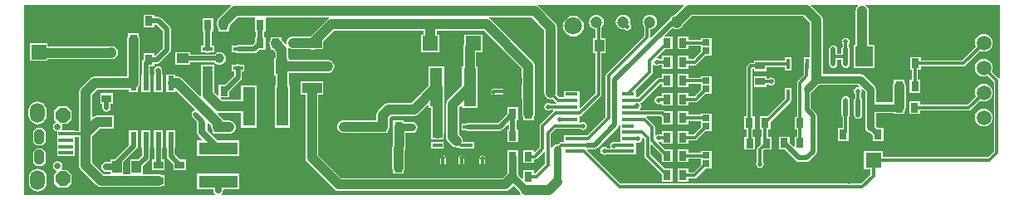
<source format=gtl>
%FSLAX25Y25*%
%MOIN*%
G70*
G01*
G75*
G04 Layer_Physical_Order=1*
G04 Layer_Color=255*
%ADD10R,0.12402X0.08898*%
%ADD11R,0.02400X0.05906*%
%ADD12R,0.03150X0.03937*%
%ADD13R,0.03937X0.04724*%
%ADD14R,0.15748X0.05118*%
%ADD15R,0.03937X0.03150*%
%ADD16R,0.05118X0.15748*%
%ADD17R,0.03937X0.01575*%
G04:AMPARAMS|DCode=18|XSize=39.37mil|YSize=59.06mil|CornerRadius=0mil|HoleSize=0mil|Usage=FLASHONLY|Rotation=180.000|XOffset=0mil|YOffset=0mil|HoleType=Round|Shape=Octagon|*
%AMOCTAGOND18*
4,1,8,0.00984,-0.02953,-0.00984,-0.02953,-0.01969,-0.01969,-0.01969,0.01969,-0.00984,0.02953,0.00984,0.02953,0.01969,0.01969,0.01969,-0.01969,0.00984,-0.02953,0.0*
%
%ADD18OCTAGOND18*%

%ADD19P,0.06392X8X22.5*%
%ADD20R,0.05906X0.01378*%
%ADD21R,0.05118X0.01260*%
%ADD22R,0.04724X0.03937*%
%ADD23C,0.04724*%
%ADD24R,0.04724X0.05906*%
%ADD25R,0.07874X0.04134*%
%ADD26R,0.26772X0.25984*%
%ADD27R,0.06299X0.05906*%
%ADD28R,0.03150X0.02559*%
%ADD29R,0.01575X0.03937*%
%ADD30O,0.01969X0.07874*%
%ADD31R,0.01969X0.07874*%
%ADD32C,0.03937*%
%ADD33C,0.01969*%
%ADD34C,0.02756*%
%ADD35C,0.03150*%
%ADD36C,0.01181*%
%ADD37C,0.02362*%
%ADD38R,0.06850X0.08228*%
%ADD39C,0.02559*%
%ADD40O,0.05906X0.07874*%
%ADD41R,0.05906X0.05906*%
%ADD42C,0.05906*%
%ADD43R,0.05906X0.05906*%
%ADD44C,0.07087*%
%ADD45C,0.03937*%
%ADD46C,0.01969*%
%ADD47C,0.02756*%
G36*
X392589Y48267D02*
X392127Y48076D01*
X389371Y50832D01*
X389612Y51415D01*
X389734Y52340D01*
X389612Y53265D01*
X389255Y54127D01*
X388687Y54867D01*
X387947Y55435D01*
X387085Y55792D01*
X386160Y55914D01*
X385235Y55792D01*
X384373Y55435D01*
X383633Y54867D01*
X383065Y54127D01*
X382708Y53265D01*
X382586Y52340D01*
X382708Y51415D01*
X383065Y50553D01*
X383633Y49813D01*
X384373Y49245D01*
X385235Y48888D01*
X386160Y48766D01*
X387085Y48888D01*
X387668Y49129D01*
X390252Y46545D01*
Y18806D01*
X387886Y16440D01*
X345581D01*
Y18779D01*
X338101D01*
Y11692D01*
X340637D01*
Y9505D01*
X336835Y5703D01*
X240488D01*
X226959Y19232D01*
X227047Y19678D01*
X230023D01*
X230024Y19678D01*
X230536Y19780D01*
X230638Y19800D01*
X231159Y20148D01*
X239285Y28274D01*
X239285Y28274D01*
X239633Y28795D01*
X239653Y28897D01*
X239717Y29218D01*
X240215Y29169D01*
Y27975D01*
X240215Y27975D01*
X240215D01*
X240215Y27740D01*
Y27622D01*
Y27622D01*
X240215D01*
Y25181D01*
X240215Y25181D01*
X240215Y25063D01*
X240215D01*
Y22857D01*
X240215Y22857D01*
X240215D01*
X240215Y22622D01*
Y22504D01*
X240215D01*
X240215Y22488D01*
X238134D01*
X238134Y22488D01*
X238123Y22485D01*
X237795Y22550D01*
X237181Y22428D01*
X236660Y22080D01*
X236312Y21559D01*
X236190Y20945D01*
X236312Y20330D01*
X236097Y19929D01*
X235090D01*
X234994Y20072D01*
X234473Y20420D01*
X233858Y20543D01*
X233244Y20420D01*
X232723Y20072D01*
X232375Y19552D01*
X232253Y18937D01*
X232375Y18323D01*
X232723Y17802D01*
X233244Y17454D01*
X233858Y17331D01*
X234473Y17454D01*
X234572Y17520D01*
X240215D01*
Y17504D01*
X246514D01*
Y19945D01*
X246514Y19945D01*
Y20063D01*
X246514D01*
Y21809D01*
X246814Y22257D01*
X246901Y22329D01*
X247480Y22213D01*
X248095Y22335D01*
X248616Y22683D01*
X248964Y23204D01*
X249086Y23819D01*
X249059Y23955D01*
X249500Y24191D01*
X250016Y23674D01*
Y16985D01*
X250016Y16985D01*
X250108Y16524D01*
X250369Y16134D01*
X256903Y9600D01*
Y6578D01*
X261233D01*
Y11697D01*
X258212D01*
X252425Y17484D01*
Y21254D01*
X252887Y21446D01*
X256903Y17430D01*
Y14409D01*
X261233D01*
Y19527D01*
X258212D01*
X255588Y22150D01*
X255748Y22449D01*
X256363Y22572D01*
X256462Y22638D01*
X256903Y22402D01*
Y21729D01*
X261233D01*
Y26847D01*
X256903D01*
Y25492D01*
X256433D01*
X256363Y25539D01*
X255748Y25661D01*
X255134Y25539D01*
X254637Y25207D01*
X254391Y25339D01*
X254196Y25469D01*
Y28465D01*
X254105Y28925D01*
X253844Y29316D01*
X250789Y32371D01*
X250752Y32396D01*
X250897Y32874D01*
X256679D01*
X256903Y32650D01*
Y29629D01*
X261233D01*
Y34747D01*
X258212D01*
X258029Y34930D01*
X257638Y35191D01*
X257177Y35283D01*
X257177Y35283D01*
X248198D01*
X248053Y35761D01*
X248254Y35896D01*
X248602Y36417D01*
X248724Y37031D01*
X248602Y37646D01*
X248364Y38002D01*
X248398Y38084D01*
X248788Y38345D01*
X256377Y45934D01*
X256903D01*
Y44579D01*
X261233D01*
Y49697D01*
X256903D01*
Y48342D01*
X255878D01*
X255417Y48251D01*
X255261Y48146D01*
X255027Y47990D01*
X255027Y47989D01*
X247438Y40401D01*
X246514D01*
X246514Y40417D01*
X246514D01*
Y40535D01*
X246514Y40771D01*
X246514Y40771D01*
X246514D01*
Y42976D01*
X246514Y42976D01*
X246514D01*
X246448Y43136D01*
X252977Y49666D01*
X253239Y50056D01*
X253330Y50517D01*
X253330Y50517D01*
X253330Y50517D01*
Y50517D01*
Y53245D01*
X253786Y53550D01*
X254307Y53202D01*
X254921Y53079D01*
X255536Y53202D01*
X255954Y53481D01*
X256903D01*
Y51999D01*
X261233D01*
Y57117D01*
X256903D01*
Y55889D01*
X255954D01*
X255536Y56169D01*
X254921Y56291D01*
X254874Y56379D01*
X258212Y59717D01*
X261233D01*
Y64835D01*
X258271D01*
X258079Y65297D01*
X261098Y68316D01*
X261367Y68109D01*
X262086Y67812D01*
X262857Y67710D01*
X263627Y67812D01*
X264346Y68109D01*
X264962Y68583D01*
X265436Y69200D01*
X265731Y69913D01*
X268918Y73100D01*
X313762D01*
X316474Y70388D01*
Y56427D01*
X313825D01*
Y51309D01*
X313938D01*
Y49554D01*
X311564Y47180D01*
X311303Y46789D01*
X311211Y46328D01*
X311211Y46328D01*
Y32649D01*
X310250D01*
Y27531D01*
X311211D01*
Y24639D01*
X310250D01*
Y20870D01*
X309788Y20679D01*
X308281Y22185D01*
Y24639D01*
X303951D01*
Y19521D01*
X306404D01*
X310919Y15006D01*
X310919Y15006D01*
X311440Y14658D01*
X312054Y14536D01*
X315118D01*
X315118Y14536D01*
X315631Y14638D01*
X315733Y14658D01*
X316253Y15006D01*
X318773Y17526D01*
X318773Y17526D01*
X319006Y17874D01*
X319121Y18047D01*
X319243Y18661D01*
X319243Y18662D01*
Y33071D01*
X319121Y33685D01*
X318773Y34206D01*
X318773Y34206D01*
X316808Y36171D01*
Y42268D01*
X319678Y45139D01*
X319723Y45145D01*
X320346Y45403D01*
X320382Y45430D01*
X335778D01*
X336344Y44865D01*
X336108Y44424D01*
X335630Y44519D01*
X335016Y44397D01*
X334494Y44049D01*
X334146Y43528D01*
X334024Y42913D01*
X334146Y42299D01*
X334494Y41778D01*
X334503Y41773D01*
Y40308D01*
X334223Y39891D01*
X334101Y39276D01*
Y33371D01*
X334223Y32756D01*
X334571Y32235D01*
X335092Y31887D01*
X335707Y31765D01*
X336321Y31887D01*
X336842Y32235D01*
X337190Y32756D01*
X337312Y33371D01*
Y39276D01*
X337190Y39891D01*
X336911Y40308D01*
Y41996D01*
X337113Y42299D01*
X337236Y42913D01*
X337140Y43391D01*
X337581Y43627D01*
X338499Y42709D01*
Y28456D01*
X338667Y27611D01*
X339146Y26895D01*
X339862Y26416D01*
X340274Y26334D01*
X341498Y25110D01*
Y22941D01*
X345829D01*
Y28059D01*
X343659D01*
X342915Y28803D01*
Y34116D01*
X349998D01*
Y33747D01*
X354329D01*
Y34922D01*
X354521Y35172D01*
X354778Y35794D01*
X354866Y36463D01*
Y44828D01*
X354778Y45496D01*
X354521Y46119D01*
X354450Y46210D01*
Y47387D01*
X352453D01*
X352285Y47409D01*
X352117Y47387D01*
X350120D01*
Y46210D01*
X350050Y46119D01*
X349792Y45496D01*
X349704Y44828D01*
Y38531D01*
X342915D01*
Y43624D01*
X342746Y44469D01*
X342268Y45185D01*
X338254Y49199D01*
X337538Y49678D01*
X336693Y49846D01*
X321636D01*
Y71457D01*
X321548Y72125D01*
X321442Y72383D01*
X321290Y72747D01*
X320880Y73282D01*
X316656Y77506D01*
X316697Y77628D01*
X335601D01*
X335761Y77155D01*
X335537Y76983D01*
X335127Y76448D01*
X334869Y75826D01*
X334781Y75157D01*
Y61624D01*
X334606D01*
X334154Y61436D01*
X333967Y60984D01*
Y52756D01*
X334154Y52304D01*
X334606Y52117D01*
X341457D01*
X341822Y52268D01*
X342282D01*
Y61323D01*
X341955D01*
X341909Y61436D01*
X341457Y61624D01*
X339943D01*
Y75157D01*
X339855Y75826D01*
X339598Y76448D01*
X339187Y76983D01*
X338653Y77393D01*
X338700Y77628D01*
X392589D01*
Y48267D01*
D02*
G37*
G36*
X83994Y77155D02*
X83750Y76968D01*
X79189Y72406D01*
X78967Y72117D01*
X78849D01*
Y71963D01*
X78779Y71872D01*
X78597Y71432D01*
X78521Y71249D01*
X78433Y70581D01*
Y69558D01*
X78521Y68890D01*
X78779Y68267D01*
X78849Y68176D01*
Y66999D01*
X80847D01*
X81014Y66977D01*
X81182Y66999D01*
X83180D01*
Y68176D01*
X83250Y68267D01*
X83507Y68890D01*
X83588Y69505D01*
X86645Y72561D01*
X93510D01*
Y72117D01*
X93510D01*
Y66999D01*
X94109D01*
Y64623D01*
X93550D01*
Y62169D01*
X92757Y61376D01*
X86859D01*
X86244Y61254D01*
X86086Y61149D01*
X84300D01*
Y58393D01*
X86086D01*
X86244Y58287D01*
X86859Y58165D01*
X93422D01*
X93422Y58165D01*
X93934Y58267D01*
X94036Y58287D01*
X94557Y58635D01*
X95427Y59505D01*
X97880D01*
Y64623D01*
X97321D01*
Y66999D01*
X97840D01*
Y72117D01*
X97840D01*
Y72208D01*
X98194Y72561D01*
X123283D01*
X123380Y72071D01*
X123112Y71960D01*
X122577Y71549D01*
X116040Y65013D01*
X111983D01*
Y64943D01*
X108976D01*
X108308Y64855D01*
X107686Y64597D01*
X107151Y64187D01*
X106741Y63653D01*
X106483Y63030D01*
X106395Y62362D01*
X106450Y61948D01*
X106001Y61727D01*
X104180Y63549D01*
Y64623D01*
X102182D01*
X102014Y64645D01*
X101847Y64623D01*
X99849D01*
Y63446D01*
X99779Y63354D01*
X99521Y62732D01*
X99433Y62064D01*
X99521Y61396D01*
X99779Y60773D01*
X99849Y60682D01*
Y59505D01*
X100923D01*
X101848Y58580D01*
Y56357D01*
X101476D01*
Y49270D01*
X102073D01*
Y45276D01*
X101505D01*
Y28347D01*
X107804D01*
Y45276D01*
X107235D01*
Y49270D01*
X107382D01*
Y50233D01*
X122774D01*
X122913Y50214D01*
X123581Y50302D01*
X124204Y50560D01*
X124739Y50970D01*
X125149Y51505D01*
X125407Y52127D01*
X125495Y52795D01*
X125407Y53463D01*
X125149Y54086D01*
X124739Y54620D01*
X124720Y54639D01*
X124186Y55049D01*
X123821Y55200D01*
X123563Y55307D01*
X122895Y55395D01*
X107382D01*
Y56357D01*
X107010D01*
Y59649D01*
X106949Y60110D01*
X107383Y60360D01*
X107686Y60127D01*
X108308Y59869D01*
X108976Y59781D01*
X111983D01*
Y59698D01*
X115869D01*
X116104Y59601D01*
X116772Y59513D01*
X117440Y59601D01*
X117674Y59698D01*
X121038D01*
Y62710D01*
X125471Y67143D01*
X161463D01*
Y65673D01*
X160304D01*
Y58587D01*
X167784D01*
Y65673D01*
X166625D01*
Y67143D01*
X185624D01*
X200744Y52024D01*
Y48067D01*
X200836D01*
Y45653D01*
X200744D01*
Y39747D01*
X200836D01*
Y33829D01*
X200924Y33161D01*
X201182Y32538D01*
X201252Y32447D01*
Y31270D01*
X203249D01*
X203417Y31248D01*
X203585Y31270D01*
X205582D01*
Y32447D01*
X205652Y32538D01*
X205910Y33161D01*
X205998Y33829D01*
Y53000D01*
X205910Y53668D01*
X205862Y53786D01*
Y53973D01*
X205784D01*
X205652Y54291D01*
X205242Y54826D01*
X188518Y71549D01*
X187984Y71960D01*
X187715Y72071D01*
X187813Y72561D01*
X204773D01*
X209742Y67592D01*
Y42205D01*
X209830Y41537D01*
X210087Y40914D01*
X210498Y40380D01*
X211032Y39969D01*
X211655Y39711D01*
X212323Y39624D01*
X212991Y39711D01*
X213077Y39747D01*
X214479Y38345D01*
X214516Y38320D01*
X214371Y37842D01*
X212347D01*
X211930Y38121D01*
X211315Y38243D01*
X210701Y38121D01*
X210180Y37773D01*
X209832Y37252D01*
X209710Y36638D01*
X209832Y36023D01*
X210180Y35502D01*
X210701Y35154D01*
X211315Y35032D01*
X211930Y35154D01*
X212347Y35433D01*
X213316D01*
X213461Y34955D01*
X213424Y34930D01*
X208204Y29710D01*
X207943Y29319D01*
X207851Y28858D01*
X207851Y28858D01*
Y20263D01*
X206044Y18456D01*
X205582Y18647D01*
Y19255D01*
X201252D01*
Y14137D01*
X205582D01*
Y15492D01*
X205987D01*
X205987Y15492D01*
X206448Y15584D01*
X206839Y15845D01*
X209554Y18560D01*
X210016Y18369D01*
Y13806D01*
X206101Y9890D01*
X205582D01*
Y11245D01*
X201252D01*
Y8021D01*
X200790Y7830D01*
X199617Y9003D01*
X199611Y9048D01*
X199353Y9670D01*
X199325Y9706D01*
Y16696D01*
X199283Y16909D01*
Y19255D01*
X194952D01*
Y16909D01*
X194910Y16696D01*
Y9822D01*
X193052Y7964D01*
X128482D01*
X119091Y17354D01*
Y41587D01*
X121038D01*
Y46902D01*
X111983D01*
Y41587D01*
X113929D01*
Y16285D01*
X114017Y15617D01*
X114124Y15359D01*
X114275Y14995D01*
X114685Y14460D01*
X125587Y3557D01*
X126122Y3147D01*
X126487Y2996D01*
X126745Y2889D01*
X127413Y2802D01*
X194121D01*
X194789Y2889D01*
X195100Y3018D01*
X195411Y3147D01*
X195946Y3557D01*
X197382Y4993D01*
X199849Y2526D01*
X199855Y2482D01*
X200112Y1859D01*
X200342Y1560D01*
X200120Y1112D01*
X80428D01*
X80282Y1590D01*
X80316Y1613D01*
X80751Y2264D01*
X80904Y3032D01*
Y3446D01*
X87362D01*
Y9745D01*
X70432D01*
Y3446D01*
X76890D01*
Y3032D01*
X77043Y2264D01*
X77478Y1613D01*
X77512Y1590D01*
X77366Y1112D01*
X1112D01*
Y77628D01*
X83834D01*
X83994Y77155D01*
D02*
G37*
G36*
X265684Y77166D02*
X262081Y73563D01*
X261614Y73370D01*
X261426Y73333D01*
X260905Y72985D01*
X260807Y72838D01*
X260751Y72795D01*
X260277Y72178D01*
X260156Y71885D01*
X260065Y71824D01*
X260065Y71824D01*
X252775Y64534D01*
X252631Y64562D01*
X252291Y64703D01*
Y67730D01*
X252912Y67812D01*
X253631Y68109D01*
X254247Y68583D01*
X254721Y69200D01*
X255018Y69918D01*
X255120Y70689D01*
X255018Y71460D01*
X254721Y72178D01*
X254247Y72795D01*
X253631Y73268D01*
X252912Y73565D01*
X252141Y73667D01*
X251371Y73565D01*
X250652Y73268D01*
X250036Y72795D01*
X249562Y72178D01*
X249265Y71460D01*
X249163Y70689D01*
X249265Y69918D01*
X249562Y69200D01*
X249883Y68782D01*
Y65129D01*
X234778Y50025D01*
X234517Y49634D01*
X234426Y49173D01*
X234426Y49173D01*
Y32585D01*
X226887Y25047D01*
X223876D01*
Y25063D01*
X217577D01*
Y22622D01*
X217577Y22622D01*
X217577Y22504D01*
X217577Y22488D01*
X216756D01*
X216295Y22396D01*
X216138Y22291D01*
X215904Y22135D01*
X215904Y22135D01*
X215303Y21533D01*
X214882Y21617D01*
X214037Y21449D01*
X213321Y20971D01*
X212903Y20346D01*
X212425Y20491D01*
Y25761D01*
X214420Y27756D01*
X217577D01*
Y27740D01*
X223876D01*
Y27756D01*
X224188D01*
X224606Y27477D01*
X225220Y27355D01*
X225835Y27477D01*
X226356Y27825D01*
X226704Y28346D01*
X226826Y28960D01*
X226704Y29575D01*
X226356Y30096D01*
X225835Y30444D01*
X225220Y30566D01*
X224606Y30444D01*
X224317Y30251D01*
X223876Y30487D01*
Y32059D01*
X224039Y32874D01*
X224500Y32966D01*
X224891Y33227D01*
X232434Y40770D01*
X232434Y40770D01*
X232695Y41161D01*
X232787Y41622D01*
X232787Y41622D01*
Y58167D01*
X234478D01*
Y64073D01*
X232787D01*
Y68559D01*
X232817Y68583D01*
X233291Y69200D01*
X233588Y69918D01*
X233690Y70689D01*
X233588Y71460D01*
X233291Y72178D01*
X232817Y72795D01*
X232201Y73268D01*
X231482Y73565D01*
X230712Y73667D01*
X229941Y73565D01*
X229222Y73268D01*
X228606Y72795D01*
X228132Y72178D01*
X227835Y71460D01*
X227825Y71388D01*
X227753Y71280D01*
X227662Y70820D01*
X227753Y70359D01*
X227782Y70315D01*
X227835Y69918D01*
X228132Y69200D01*
X228606Y68583D01*
X229222Y68109D01*
X229941Y67812D01*
X230378Y67754D01*
Y64073D01*
X229360D01*
Y58167D01*
X230378D01*
Y42121D01*
X224338Y36081D01*
X223876Y36272D01*
Y37858D01*
X223876Y37858D01*
Y37976D01*
X223876D01*
Y40182D01*
X223876Y40182D01*
X223876Y40417D01*
Y40427D01*
Y40476D01*
X223876Y40535D01*
X223876Y40771D01*
X223876Y40771D01*
X223876D01*
Y42976D01*
X217577D01*
Y40771D01*
X217577Y40771D01*
X217577D01*
X217577Y40535D01*
Y40417D01*
X217577D01*
X217577Y40401D01*
X215830D01*
X214780Y41450D01*
X214816Y41537D01*
X214904Y42205D01*
Y68661D01*
X214816Y69330D01*
X214709Y69587D01*
X214558Y69952D01*
X214148Y70486D01*
X207667Y76968D01*
X207132Y77378D01*
X206821Y77507D01*
X206845Y77628D01*
X265493D01*
X265684Y77166D01*
D02*
G37*
%LPC*%
G36*
X8398Y28237D02*
X5839D01*
X4560Y26958D01*
Y22430D01*
X5839Y21151D01*
X8398D01*
X9678Y22430D01*
Y26958D01*
X8398Y28237D01*
D02*
G37*
G36*
X199283Y36388D02*
X194952D01*
Y33934D01*
X191204Y30186D01*
X179128D01*
X178513Y30064D01*
X178356Y29958D01*
X176569D01*
Y27202D01*
X178356D01*
X178513Y27097D01*
X179128Y26974D01*
X191869D01*
X191869Y26974D01*
X192382Y27076D01*
X192483Y27097D01*
X193004Y27445D01*
X193004Y27445D01*
X193004Y27445D01*
X195050Y29491D01*
X195512Y29299D01*
Y27495D01*
X194952D01*
Y22377D01*
X199283D01*
Y27495D01*
X198723D01*
Y31270D01*
X199283D01*
Y36388D01*
D02*
G37*
G36*
X8398Y19970D02*
X5839D01*
X4560Y18690D01*
Y14162D01*
X5839Y12883D01*
X8398D01*
X9678Y14162D01*
Y18690D01*
X8398Y19970D01*
D02*
G37*
G36*
X169482Y22478D02*
X164364D01*
Y19722D01*
X169482D01*
Y22478D01*
D02*
G37*
G36*
X330707Y40882D02*
X330092Y40760D01*
X329571Y40411D01*
X329223Y39891D01*
X329101Y39276D01*
Y33371D01*
X329223Y32756D01*
X329503Y32338D01*
Y28065D01*
X327561D01*
Y22946D01*
X331892D01*
Y26388D01*
X331911Y26486D01*
X331911Y26486D01*
Y32338D01*
X332190Y32756D01*
X332312Y33371D01*
Y39276D01*
X332190Y39891D01*
X331842Y40411D01*
X331321Y40760D01*
X330707Y40882D01*
D02*
G37*
G36*
X386160Y35914D02*
X385235Y35792D01*
X384373Y35435D01*
X383633Y34867D01*
X383065Y34127D01*
X382708Y33265D01*
X382586Y32340D01*
X382708Y31415D01*
X383065Y30553D01*
X383633Y29813D01*
X384373Y29245D01*
X385235Y28888D01*
X386160Y28766D01*
X387085Y28888D01*
X387947Y29245D01*
X388687Y29813D01*
X389255Y30553D01*
X389612Y31415D01*
X389734Y32340D01*
X389612Y33265D01*
X389255Y34127D01*
X388687Y34867D01*
X387947Y35435D01*
X387085Y35792D01*
X386160Y35914D01*
D02*
G37*
G36*
X6371Y38795D02*
X5446Y38674D01*
X4584Y38317D01*
X3844Y37749D01*
X3275Y37008D01*
X2919Y36146D01*
X2797Y35221D01*
Y33253D01*
X2919Y32328D01*
X3275Y31466D01*
X3844Y30726D01*
X4584Y30158D01*
X5446Y29801D01*
X6371Y29679D01*
X7296Y29801D01*
X8157Y30158D01*
X8898Y30726D01*
X9466Y31466D01*
X9823Y32328D01*
X9944Y33253D01*
Y35221D01*
X9823Y36146D01*
X9466Y37008D01*
X8898Y37749D01*
X8157Y38317D01*
X7296Y38674D01*
X6371Y38795D01*
D02*
G37*
G36*
X169614Y52962D02*
X163314D01*
Y44998D01*
X156449Y38132D01*
X147283D01*
X146615Y38044D01*
X146433Y37969D01*
X145993Y37786D01*
X145458Y37376D01*
X143106Y35024D01*
X142695Y34489D01*
X142600Y34259D01*
X142438Y33867D01*
X142350Y33198D01*
Y31233D01*
X134820D01*
X134592Y31203D01*
X129252D01*
X128584Y31115D01*
X127961Y30857D01*
X127427Y30447D01*
X127017Y29913D01*
X126759Y29290D01*
X126671Y28622D01*
X126759Y27954D01*
X127017Y27332D01*
X127427Y26797D01*
X127961Y26387D01*
X128584Y26129D01*
X129252Y26041D01*
X131810D01*
Y26037D01*
X134596D01*
X134763Y26014D01*
X134931Y26037D01*
X137716D01*
Y26071D01*
X144931D01*
X145098Y26093D01*
X147096D01*
Y27270D01*
X147166Y27361D01*
X147424Y27984D01*
X147512Y28652D01*
Y32129D01*
X148353Y32970D01*
X157518D01*
X158186Y33058D01*
X158498Y33187D01*
X158809Y33316D01*
X159343Y33726D01*
X162853Y37235D01*
X163314Y37044D01*
Y36033D01*
X164342D01*
Y28580D01*
Y25984D01*
X164364Y25817D01*
Y23462D01*
X166475D01*
X166923Y23403D01*
X167371Y23462D01*
X169482D01*
Y25817D01*
X169504Y25984D01*
Y28580D01*
Y36033D01*
X169614D01*
Y52962D01*
D02*
G37*
G36*
X267532Y34747D02*
X263202D01*
Y29629D01*
X267532D01*
Y30984D01*
X272565D01*
Y30206D01*
Y28267D01*
X269790Y25492D01*
X267532D01*
Y26847D01*
X263202D01*
Y21729D01*
X267532D01*
Y23083D01*
X270289D01*
X270289Y23083D01*
X270750Y23175D01*
X271140Y23436D01*
X274564Y26859D01*
X276896D01*
Y30206D01*
Y33946D01*
X272565D01*
Y33392D01*
X267532D01*
Y34747D01*
D02*
G37*
G36*
X309100Y44222D02*
X306344D01*
Y39852D01*
X299201Y32709D01*
X296180D01*
Y27591D01*
X297141D01*
Y24549D01*
X296797D01*
Y21528D01*
X295487Y20218D01*
X295226Y19827D01*
X295134Y19367D01*
X295134Y19367D01*
Y14694D01*
X294855Y14276D01*
X294733Y13661D01*
X294855Y13047D01*
X295203Y12526D01*
X295724Y12178D01*
X296339Y12056D01*
X296953Y12178D01*
X297474Y12526D01*
X297822Y13047D01*
X297944Y13661D01*
X297822Y14276D01*
X297543Y14694D01*
Y18868D01*
X298106Y19431D01*
X301127D01*
Y24549D01*
X299549D01*
Y27591D01*
X300511D01*
Y30612D01*
X308574Y38675D01*
X308835Y39066D01*
X308842Y39104D01*
X309100D01*
Y44222D01*
D02*
G37*
G36*
X153395Y31211D02*
X149065D01*
Y29211D01*
X149014Y29095D01*
X148915Y28429D01*
X148649Y12368D01*
X148726Y11699D01*
X148974Y11072D01*
X149061Y10953D01*
Y9763D01*
X151062D01*
X151187Y9744D01*
X151349Y9763D01*
X153392D01*
Y10933D01*
X153444Y10998D01*
X153712Y11616D01*
X153811Y12282D01*
X154041Y26178D01*
X156750D01*
X157595Y26346D01*
X158311Y26825D01*
X158790Y27541D01*
X158958Y28386D01*
X158790Y29231D01*
X158311Y29947D01*
X157595Y30426D01*
X156750Y30594D01*
X153395D01*
Y31211D01*
D02*
G37*
G36*
X267532Y19527D02*
X263202D01*
Y14409D01*
X267532D01*
Y15763D01*
X272565D01*
Y15278D01*
Y13339D01*
X269568Y10342D01*
X267532D01*
Y11697D01*
X263202D01*
Y6578D01*
X267532D01*
Y7933D01*
X270066D01*
X270066Y7933D01*
X270527Y8025D01*
X270918Y8286D01*
X274564Y11931D01*
X276896D01*
Y15278D01*
Y19018D01*
X272565D01*
Y18172D01*
X267532D01*
Y19527D01*
D02*
G37*
G36*
X6449Y11756D02*
X5524Y11634D01*
X4662Y11277D01*
X3922Y10709D01*
X3354Y9969D01*
X2997Y9107D01*
X2875Y8182D01*
Y6213D01*
X2997Y5289D01*
X3354Y4427D01*
X3922Y3686D01*
X4662Y3118D01*
X5524Y2761D01*
X6449Y2640D01*
X7374Y2761D01*
X8236Y3118D01*
X8976Y3686D01*
X9544Y4427D01*
X9901Y5289D01*
X10023Y6213D01*
Y8182D01*
X9901Y9107D01*
X9544Y9969D01*
X8976Y10709D01*
X8236Y11277D01*
X7374Y11634D01*
X6449Y11756D01*
D02*
G37*
G36*
X14488Y14702D02*
X13758Y14557D01*
X13140Y14143D01*
X12727Y13525D01*
X12582Y12795D01*
X12727Y12066D01*
X13140Y11447D01*
X13758Y11034D01*
X13875Y11011D01*
X14020Y10532D01*
X13024Y9536D01*
Y5993D01*
X14796Y4221D01*
X18339D01*
X20111Y5993D01*
Y9536D01*
X18339Y11308D01*
X16274D01*
X16038Y11749D01*
X16250Y12066D01*
X16395Y12795D01*
X16250Y13525D01*
X15836Y14143D01*
X15218Y14557D01*
X14488Y14702D01*
D02*
G37*
G36*
X169034Y17325D02*
X168573Y17233D01*
X168183Y16972D01*
X167922Y16582D01*
X167830Y16121D01*
Y12076D01*
X167922Y11615D01*
X168183Y11224D01*
X168573Y10963D01*
X169034Y10871D01*
X169495Y10963D01*
X169886Y11224D01*
X170147Y11615D01*
X170238Y12076D01*
Y16121D01*
X170147Y16582D01*
X169886Y16972D01*
X169495Y17233D01*
X169034Y17325D01*
D02*
G37*
G36*
X56632Y27159D02*
X53051D01*
Y20073D01*
X53236D01*
Y15425D01*
X52331D01*
Y11094D01*
X57449D01*
Y15425D01*
X56447D01*
Y20073D01*
X56632D01*
Y27159D01*
D02*
G37*
G36*
X61632D02*
X58051D01*
Y20073D01*
X58236D01*
Y16938D01*
X58236Y16938D01*
X58338Y16425D01*
X58358Y16323D01*
X58706Y15803D01*
X60861Y13648D01*
Y11194D01*
X65979D01*
Y15525D01*
X63525D01*
X61447Y17603D01*
Y20073D01*
X61632D01*
Y27159D01*
D02*
G37*
G36*
X176554Y17286D02*
X176093Y17195D01*
X175703Y16933D01*
X175442Y16543D01*
X175350Y16082D01*
Y12076D01*
X175442Y11615D01*
X175703Y11224D01*
X176093Y10963D01*
X176554Y10871D01*
X177015Y10963D01*
X177406Y11224D01*
X177667Y11615D01*
X177759Y12076D01*
Y16082D01*
X177667Y16543D01*
X177406Y16933D01*
X177015Y17195D01*
X176554Y17286D01*
D02*
G37*
G36*
X184940Y17089D02*
X184479Y16998D01*
X184089Y16737D01*
X183828Y16346D01*
X183736Y15885D01*
Y12076D01*
X183828Y11615D01*
X184089Y11224D01*
X184479Y10963D01*
X184940Y10871D01*
X185401Y10963D01*
X185792Y11224D01*
X186053Y11615D01*
X186144Y12076D01*
Y15885D01*
X186053Y16346D01*
X185792Y16737D01*
X185401Y16998D01*
X184940Y17089D01*
D02*
G37*
G36*
X36659Y42036D02*
X31541D01*
Y37705D01*
X32449D01*
Y36220D01*
X32572Y35606D01*
X32920Y35085D01*
X33441Y34737D01*
X34055Y34615D01*
X34670Y34737D01*
X35190Y35085D01*
X35539Y35606D01*
X35661Y36220D01*
X35661Y36220D01*
X35661Y36220D01*
Y36220D01*
Y37705D01*
X36659D01*
Y42036D01*
D02*
G37*
G36*
X309100Y56427D02*
X306344D01*
Y55072D01*
X298961D01*
Y55222D01*
X293843D01*
Y54261D01*
X292781D01*
X292781Y54261D01*
X292320Y54169D01*
X291930Y53908D01*
X291194Y53173D01*
X290933Y52782D01*
X290842Y52321D01*
X290842Y52321D01*
Y32709D01*
X289880D01*
Y27591D01*
X291065D01*
Y24549D01*
X290104D01*
Y19431D01*
X294434D01*
Y24549D01*
X293473D01*
Y27591D01*
X294211D01*
Y32709D01*
X293250D01*
Y51823D01*
X293280Y51853D01*
X293843D01*
Y50892D01*
X298961D01*
Y52664D01*
X306344D01*
Y51309D01*
X309100D01*
Y56427D01*
D02*
G37*
G36*
X267532Y64835D02*
X263202D01*
Y59717D01*
X267532D01*
Y61071D01*
X272565D01*
Y60528D01*
Y58589D01*
X269738Y55762D01*
X267532D01*
Y57117D01*
X263202D01*
Y51999D01*
X267532D01*
Y53354D01*
X270237D01*
X270237Y53354D01*
X270698Y53446D01*
X271089Y53707D01*
X274564Y57182D01*
X276896D01*
Y60528D01*
Y64268D01*
X272565D01*
Y63480D01*
X267532D01*
Y64835D01*
D02*
G37*
G36*
X221469Y73210D02*
X220390Y73067D01*
X219384Y72651D01*
X218520Y71988D01*
X217858Y71125D01*
X217441Y70119D01*
X217299Y69040D01*
X217441Y67961D01*
X217858Y66955D01*
X218520Y66092D01*
X219384Y65429D01*
X220390Y65013D01*
X221469Y64871D01*
X222548Y65013D01*
X223553Y65429D01*
X224417Y66092D01*
X225080Y66955D01*
X225496Y67961D01*
X225638Y69040D01*
X225496Y70119D01*
X225080Y71125D01*
X224417Y71988D01*
X223553Y72651D01*
X222548Y73067D01*
X221469Y73210D01*
D02*
G37*
G36*
X10373Y62133D02*
X3287D01*
Y55047D01*
X10373D01*
Y55742D01*
X36079D01*
X36747Y55830D01*
X37005Y55937D01*
X37369Y56088D01*
X37904Y56498D01*
X37967Y56561D01*
X38377Y57095D01*
X38506Y57407D01*
X38635Y57718D01*
X38723Y58386D01*
X38635Y59054D01*
X38506Y59365D01*
X38377Y59676D01*
X37967Y60211D01*
X37432Y60621D01*
X37202Y60716D01*
X36810Y60879D01*
X36142Y60967D01*
X35664Y60904D01*
X10373D01*
Y62133D01*
D02*
G37*
G36*
X53295Y73689D02*
X48965D01*
Y68571D01*
X53295D01*
Y69524D01*
X54307D01*
X56780Y67051D01*
Y60350D01*
X53757Y57327D01*
X53295Y57519D01*
Y58089D01*
X48965D01*
Y55635D01*
X48706Y55377D01*
X48358Y54856D01*
X48338Y54754D01*
X48236Y54242D01*
X48236Y54242D01*
Y49659D01*
X48051D01*
Y42573D01*
X51632D01*
Y49659D01*
X51447D01*
Y52971D01*
X53295D01*
Y53924D01*
X54231D01*
X54231Y53924D01*
X54743Y54026D01*
X54845Y54047D01*
X55366Y54395D01*
X59521Y58550D01*
X59521Y58550D01*
X59869Y59071D01*
X59890Y59172D01*
X59992Y59685D01*
X59992Y59685D01*
Y67716D01*
X59992Y67716D01*
X59869Y68331D01*
X59754Y68504D01*
X59521Y68852D01*
X59521Y68852D01*
X56108Y72265D01*
X55587Y72613D01*
X55485Y72634D01*
X54972Y72736D01*
X54972Y72736D01*
X53295D01*
Y73689D01*
D02*
G37*
G36*
X76880Y72117D02*
X72550D01*
Y66999D01*
X73109D01*
Y61149D01*
X72095D01*
Y58393D01*
X74034D01*
X74101Y58348D01*
X74715Y58226D01*
X75330Y58348D01*
X75396Y58393D01*
X77213D01*
Y61149D01*
X76321D01*
Y66999D01*
X76880D01*
Y72117D01*
D02*
G37*
G36*
X386160Y65914D02*
X385235Y65792D01*
X384373Y65435D01*
X383633Y64867D01*
X383065Y64127D01*
X382708Y63265D01*
X382586Y62340D01*
X382708Y61415D01*
X382949Y60832D01*
X377409Y55292D01*
X360900D01*
Y56647D01*
X356569D01*
Y51529D01*
X357380D01*
Y47387D01*
X356419D01*
Y42269D01*
X360750D01*
Y47387D01*
X359789D01*
Y51529D01*
X360900D01*
Y52884D01*
X377908D01*
X377908Y52884D01*
X378369Y52975D01*
X378760Y53236D01*
X384652Y59129D01*
X385235Y58888D01*
X386160Y58766D01*
X387085Y58888D01*
X387947Y59245D01*
X388687Y59813D01*
X389255Y60553D01*
X389612Y61415D01*
X389734Y62340D01*
X389612Y63265D01*
X389255Y64127D01*
X388687Y64867D01*
X387947Y65435D01*
X387085Y65792D01*
X386160Y65914D01*
D02*
G37*
G36*
X79416Y58612D02*
X78748Y58524D01*
X78126Y58266D01*
X77591Y57855D01*
X77423Y57636D01*
X67713D01*
Y58602D01*
X61807D01*
Y53484D01*
X67713D01*
Y54425D01*
X77423D01*
X77591Y54205D01*
X78126Y53795D01*
X78748Y53537D01*
X79416Y53449D01*
X80084Y53537D01*
X80707Y53795D01*
X81241Y54205D01*
X81652Y54740D01*
X81909Y55362D01*
X81997Y56030D01*
X81909Y56698D01*
X81652Y57321D01*
X81241Y57855D01*
X80707Y58266D01*
X80084Y58524D01*
X79416Y58612D01*
D02*
G37*
G36*
X330784Y64322D02*
X330169Y64200D01*
X329648Y63852D01*
X329300Y63331D01*
X329178Y62717D01*
X329300Y62102D01*
X329503Y61799D01*
Y60781D01*
X329223Y60363D01*
X329101Y59749D01*
Y58000D01*
X327312D01*
Y59749D01*
X327190Y60363D01*
X326842Y60884D01*
X326321Y61232D01*
X325707Y61354D01*
X325092Y61232D01*
X324571Y60884D01*
X324223Y60363D01*
X324101Y59749D01*
Y53843D01*
X324223Y53228D01*
X324571Y52708D01*
X325092Y52359D01*
X325707Y52237D01*
X326321Y52359D01*
X326842Y52708D01*
X327190Y53228D01*
X327312Y53843D01*
Y55591D01*
X329101D01*
Y53843D01*
X329223Y53228D01*
X329571Y52708D01*
X330092Y52359D01*
X330707Y52237D01*
X331321Y52359D01*
X331842Y52708D01*
X332190Y53228D01*
X332312Y53843D01*
Y59749D01*
X332190Y60363D01*
X331911Y60781D01*
Y61576D01*
X331919Y61581D01*
X332267Y62102D01*
X332389Y62717D01*
X332267Y63331D01*
X331919Y63852D01*
X331398Y64200D01*
X330784Y64322D01*
D02*
G37*
G36*
X298961Y48923D02*
X293843D01*
Y44592D01*
X298961D01*
Y45567D01*
X299795D01*
X300212Y45288D01*
X300827Y45166D01*
X301441Y45288D01*
X301962Y45636D01*
X302310Y46157D01*
X302432Y46772D01*
X302310Y47386D01*
X301962Y47907D01*
X301441Y48255D01*
X300827Y48377D01*
X300212Y48255D01*
X299795Y47976D01*
X298961D01*
Y48923D01*
D02*
G37*
G36*
X386160Y45914D02*
X385235Y45792D01*
X384373Y45435D01*
X383633Y44867D01*
X383065Y44127D01*
X382708Y43265D01*
X382586Y42340D01*
X382708Y41415D01*
X382949Y40832D01*
X379627Y37510D01*
X360628D01*
Y38865D01*
X356297D01*
Y33747D01*
X360628D01*
Y35102D01*
X380126D01*
X380126Y35102D01*
X380587Y35193D01*
X380978Y35454D01*
X384652Y39129D01*
X385235Y38888D01*
X386160Y38766D01*
X387085Y38888D01*
X387947Y39245D01*
X388687Y39813D01*
X389255Y40553D01*
X389612Y41415D01*
X389734Y42340D01*
X389612Y43265D01*
X389255Y44127D01*
X388687Y44867D01*
X387947Y45435D01*
X387085Y45792D01*
X386160Y45914D01*
D02*
G37*
G36*
X261233Y42167D02*
X256903D01*
Y40812D01*
X255986D01*
X255922Y40799D01*
X255630Y40858D01*
X255015Y40735D01*
X254495Y40387D01*
X254147Y39866D01*
X254024Y39252D01*
X254147Y38638D01*
X254495Y38117D01*
X255015Y37769D01*
X255630Y37646D01*
X256244Y37769D01*
X256462Y37914D01*
X256903Y37678D01*
Y37049D01*
X261233D01*
Y42167D01*
D02*
G37*
G36*
X185107Y65673D02*
X177627D01*
Y61919D01*
X177615Y61904D01*
X177432Y61463D01*
X177357Y61281D01*
X177269Y60613D01*
Y52962D01*
X176700D01*
Y44998D01*
X171128Y39425D01*
X170717Y38890D01*
X170535Y38450D01*
X170460Y38268D01*
X170372Y37600D01*
Y24449D01*
X170372Y24449D01*
X170372D01*
X170460Y23781D01*
X170717Y23158D01*
X171128Y22624D01*
X171128Y22624D01*
X172672Y21079D01*
X173207Y20669D01*
X173829Y20411D01*
X174497Y20323D01*
X175165Y20411D01*
X175252Y20447D01*
X175450Y20248D01*
X175450Y20248D01*
X175684Y20092D01*
X175841Y19987D01*
X176302Y19896D01*
X176569D01*
Y19722D01*
X181687D01*
Y22478D01*
X177401D01*
X177072Y22854D01*
X177078Y22904D01*
X176990Y23572D01*
X176733Y24195D01*
X176322Y24730D01*
X175534Y25518D01*
Y36531D01*
X176238Y37235D01*
X176700Y37044D01*
Y36033D01*
X183000D01*
Y52962D01*
X182431D01*
Y58587D01*
X185107D01*
Y65673D01*
D02*
G37*
G36*
X241426Y73667D02*
X240656Y73565D01*
X239937Y73268D01*
X239321Y72795D01*
X238847Y72178D01*
X238550Y71460D01*
X238448Y70689D01*
X238550Y69918D01*
X238847Y69200D01*
X239321Y68583D01*
X239937Y68109D01*
X240656Y67812D01*
X241426Y67710D01*
X241890Y67772D01*
X241896Y67762D01*
X242417Y67414D01*
X243032Y67292D01*
X243646Y67414D01*
X244167Y67762D01*
X244515Y68283D01*
X244637Y68898D01*
X244515Y69512D01*
X244281Y69863D01*
X244303Y69918D01*
X244405Y70689D01*
X244303Y71460D01*
X244006Y72178D01*
X243532Y72795D01*
X242916Y73268D01*
X242197Y73565D01*
X241426Y73667D01*
D02*
G37*
G36*
X267532Y49697D02*
X263202D01*
Y44579D01*
X267532D01*
Y45934D01*
X272565D01*
Y45288D01*
Y43349D01*
X270028Y40812D01*
X267532D01*
Y42167D01*
X263202D01*
Y37049D01*
X267532D01*
Y38404D01*
X270527D01*
X270527Y38404D01*
X270988Y38495D01*
X271378Y38756D01*
X274564Y41941D01*
X276896D01*
Y45288D01*
Y49028D01*
X272565D01*
Y48342D01*
X267532D01*
Y49697D01*
D02*
G37*
G36*
X44842Y66080D02*
X44756Y66069D01*
X42665D01*
Y64867D01*
X42606Y64790D01*
X42349Y64167D01*
X42261Y63499D01*
Y48751D01*
X29319D01*
X28651Y48663D01*
X28469Y48587D01*
X28029Y48405D01*
X27494Y47995D01*
X23805Y44305D01*
X23395Y43771D01*
X23299Y43541D01*
X23137Y43148D01*
X23049Y42480D01*
Y26981D01*
X21313D01*
Y27056D01*
X16248D01*
X16012Y27497D01*
X16250Y27853D01*
X16395Y28583D01*
X16250Y29312D01*
X16211Y29371D01*
X16446Y29812D01*
X18339D01*
X20111Y31584D01*
Y35127D01*
X18339Y36899D01*
X14796D01*
X13024Y35127D01*
Y31584D01*
X13783Y30825D01*
X13734Y30328D01*
X13140Y29931D01*
X12727Y29312D01*
X12582Y28583D01*
X12727Y27853D01*
X13140Y27234D01*
X13758Y26821D01*
X14226Y26728D01*
Y24497D01*
Y22292D01*
X14226Y22292D01*
X14226D01*
X14226Y21938D01*
X14226Y21938D01*
D01*
D01*
Y21938D01*
X14226D01*
D01*
Y19733D01*
X14226Y19733D01*
X14226D01*
X14226Y19379D01*
D01*
X14226Y19379D01*
D01*
D01*
Y19379D01*
X14226D01*
D01*
Y16820D01*
X21313D01*
Y19025D01*
X21313Y19025D01*
D01*
D01*
X21313Y19379D01*
D01*
Y19379D01*
X21313Y19379D01*
Y19379D01*
D01*
Y19379D01*
Y19379D01*
D01*
X21313Y19733D01*
D01*
Y21585D01*
D01*
D01*
D01*
X21313D01*
X21313Y21938D01*
D01*
Y21938D01*
X21313Y21938D01*
X21313Y22292D01*
D01*
Y24497D01*
Y24572D01*
X23049D01*
Y13268D01*
X23137Y12600D01*
X23266Y12288D01*
X23395Y11977D01*
X23805Y11443D01*
X30112Y5135D01*
X30647Y4725D01*
X31087Y4543D01*
X31269Y4467D01*
X31937Y4379D01*
X54890D01*
X55558Y4467D01*
X56181Y4725D01*
X56272Y4795D01*
X57449D01*
Y6793D01*
X57471Y6960D01*
X57449Y7128D01*
Y9126D01*
X56272D01*
X56181Y9196D01*
X55558Y9454D01*
X54890Y9542D01*
X48686D01*
Y9542D01*
Y9557D01*
X48686Y9895D01*
X48686Y9895D01*
X48686D01*
Y12798D01*
X50977Y15089D01*
X50977Y15089D01*
X51325Y15610D01*
X51447Y16225D01*
Y20073D01*
X51632D01*
Y27159D01*
X48051D01*
Y20073D01*
X48236D01*
Y16890D01*
X46809Y15463D01*
X43568D01*
Y9895D01*
X43568Y9895D01*
X43568D01*
X43568Y9557D01*
X43552Y9542D01*
X40812D01*
Y9542D01*
Y9557D01*
X40812Y9895D01*
X40812Y9895D01*
X40812D01*
Y14447D01*
X45977Y19612D01*
X45977Y19612D01*
X46285Y20073D01*
X46632D01*
Y27159D01*
X43051D01*
Y21227D01*
X37286Y15463D01*
X35694D01*
Y14517D01*
X33927D01*
X33159Y14364D01*
X32508Y13929D01*
X32073Y13278D01*
X31920Y12510D01*
X32073Y11742D01*
X32508Y11091D01*
X33159Y10656D01*
X33927Y10503D01*
X35694D01*
Y9895D01*
X35694Y9895D01*
X35694D01*
X35694Y9557D01*
X35678Y9542D01*
X33006D01*
X28211Y14337D01*
Y24797D01*
X31360Y27946D01*
X34100D01*
X34268Y27968D01*
X37053D01*
Y33086D01*
X34268D01*
X34100Y33108D01*
X30291D01*
X29623Y33020D01*
X29365Y32913D01*
X29000Y32762D01*
X28659Y32501D01*
X28211Y32722D01*
Y41411D01*
X30388Y43589D01*
X43051D01*
Y42573D01*
X46632D01*
Y44264D01*
X46667Y44291D01*
X47077Y44826D01*
X47335Y45448D01*
X47423Y46116D01*
Y63499D01*
X47335Y64167D01*
X47077Y64790D01*
X46996Y64895D01*
Y66069D01*
X44927D01*
X44842Y66080D01*
D02*
G37*
G36*
X54723Y52905D02*
X54210Y52803D01*
X54108Y52783D01*
X53587Y52435D01*
X53239Y51914D01*
X53219Y51812D01*
X53117Y51299D01*
X53219Y50787D01*
X53236Y50701D01*
Y49659D01*
X53051D01*
Y42573D01*
X56632D01*
Y49659D01*
X56447D01*
Y51180D01*
X56325Y51795D01*
X55977Y52316D01*
X55977Y52316D01*
X55858Y52435D01*
X55337Y52783D01*
X55235Y52803D01*
X54723Y52905D01*
D02*
G37*
G36*
X86859Y53896D02*
X86244Y53774D01*
X86086Y53668D01*
X84300D01*
Y50912D01*
X85253D01*
Y49247D01*
X81575Y45569D01*
X79121D01*
Y41363D01*
X78659Y41172D01*
X77175Y42657D01*
Y43010D01*
Y50460D01*
X77128Y50815D01*
X77213Y50912D01*
X77213D01*
Y53668D01*
X72095D01*
Y51086D01*
X72012Y50460D01*
Y43010D01*
Y41588D01*
X72070Y41147D01*
X71622Y40926D01*
X64607Y47941D01*
X64072Y48351D01*
X63761Y48480D01*
X63450Y48609D01*
X62782Y48697D01*
X61632D01*
Y49659D01*
X58051D01*
Y42573D01*
X61632D01*
Y42962D01*
X62094Y43153D01*
X69609Y35639D01*
X69464Y35160D01*
X69291Y35126D01*
X69189Y35105D01*
X68668Y34757D01*
X68320Y34236D01*
X68299Y34135D01*
X68198Y33622D01*
X68299Y33110D01*
X68320Y33008D01*
X68668Y32487D01*
X70265Y30889D01*
Y25961D01*
X70520D01*
X70576Y25680D01*
X71011Y25029D01*
X72447Y23593D01*
X72256Y23131D01*
X70432D01*
Y16832D01*
X87362D01*
Y23131D01*
X78586D01*
X74596Y27121D01*
Y29998D01*
X75058Y30190D01*
X76148Y29099D01*
Y28520D01*
X76236Y27852D01*
X76494Y27229D01*
X76564Y27138D01*
Y25961D01*
X78562D01*
X78730Y25939D01*
X83303D01*
X83425Y25923D01*
X84093Y26011D01*
X84276Y26086D01*
X84716Y26269D01*
X85250Y26679D01*
X85660Y27213D01*
X85812Y27578D01*
X85918Y27836D01*
X86006Y28504D01*
X85918Y29172D01*
X85812Y29430D01*
X85660Y29794D01*
X85250Y30329D01*
X85234Y30345D01*
X84700Y30755D01*
X84389Y30884D01*
X84077Y31013D01*
X83409Y31101D01*
X81113D01*
X81094Y31147D01*
X80965Y31459D01*
X80555Y31993D01*
X78708Y33840D01*
X78929Y34289D01*
X79369Y34231D01*
X88119D01*
Y28347D01*
X94418D01*
Y45276D01*
X88119D01*
Y39393D01*
X80438D01*
X79842Y39989D01*
X80034Y40451D01*
X83452D01*
Y42905D01*
X87994Y47447D01*
X87994Y47447D01*
X88342Y47968D01*
X88362Y48070D01*
X88464Y48582D01*
X88464Y48582D01*
Y50912D01*
X89418D01*
Y53668D01*
X87631D01*
X87473Y53774D01*
X86859Y53896D01*
D02*
G37*
G36*
X195429Y43904D02*
X189393D01*
X188932Y43813D01*
X188541Y43551D01*
X188280Y43161D01*
X188189Y42700D01*
X188280Y42239D01*
X188541Y41848D01*
X188932Y41587D01*
X189393Y41496D01*
X195429D01*
X195889Y41587D01*
X196280Y41848D01*
X196541Y42239D01*
X196633Y42700D01*
X196541Y43161D01*
X196280Y43551D01*
X195889Y43813D01*
X195429Y43904D01*
D02*
G37*
%LPD*%
D10*
X52342Y34866D02*
D03*
D11*
X44842Y23616D02*
D03*
X49842D02*
D03*
X54842D02*
D03*
X59842D02*
D03*
Y46116D02*
D03*
X54842D02*
D03*
X49842D02*
D03*
X44842D02*
D03*
D12*
X78730Y28520D02*
D03*
X72430D02*
D03*
X44831Y71130D02*
D03*
X51130D02*
D03*
Y63510D02*
D03*
X44831D02*
D03*
X51130Y55530D02*
D03*
X44831D02*
D03*
X197118Y33829D02*
D03*
X203417D02*
D03*
X81014Y69558D02*
D03*
X74715D02*
D03*
X95675D02*
D03*
X101974D02*
D03*
X102014Y62064D02*
D03*
X95715D02*
D03*
X151227Y12322D02*
D03*
X144534D02*
D03*
X151226Y20426D02*
D03*
X144927D02*
D03*
X151230Y28652D02*
D03*
X144931D02*
D03*
X203417Y8686D02*
D03*
X197118D02*
D03*
X203417Y16696D02*
D03*
X197118D02*
D03*
Y24936D02*
D03*
X203417D02*
D03*
X265367Y62276D02*
D03*
X259068D02*
D03*
X265367Y54558D02*
D03*
X259068D02*
D03*
X265367Y47138D02*
D03*
X259068D02*
D03*
X265367Y39608D02*
D03*
X259068D02*
D03*
X265367Y32188D02*
D03*
X259068D02*
D03*
X265367Y24288D02*
D03*
X259068D02*
D03*
X265367Y16968D02*
D03*
X259068D02*
D03*
X265367Y9138D02*
D03*
X259068D02*
D03*
X298345Y30150D02*
D03*
X292046D02*
D03*
X298962Y21990D02*
D03*
X292269D02*
D03*
X312415Y30090D02*
D03*
X306116D02*
D03*
Y22080D02*
D03*
X312415D02*
D03*
X323033Y25505D02*
D03*
X329726D02*
D03*
X336970Y25499D02*
D03*
X343663D02*
D03*
X358734Y54088D02*
D03*
X352435D02*
D03*
X352285Y44828D02*
D03*
X358584D02*
D03*
X358463Y36306D02*
D03*
X352163D02*
D03*
X81287Y43010D02*
D03*
X74594D02*
D03*
D13*
X46127Y12510D02*
D03*
X38253D02*
D03*
X203303Y42700D02*
D03*
X195429D02*
D03*
X203303Y51020D02*
D03*
X195429D02*
D03*
X239792Y61120D02*
D03*
X231919D02*
D03*
D14*
X78897Y19981D02*
D03*
Y6596D02*
D03*
D15*
X63420Y7060D02*
D03*
Y13360D02*
D03*
X34100Y39870D02*
D03*
Y46170D02*
D03*
X54890Y13260D02*
D03*
Y6960D02*
D03*
X169034Y12076D02*
D03*
Y5383D02*
D03*
X176554D02*
D03*
Y12076D02*
D03*
X184940Y5383D02*
D03*
Y12076D02*
D03*
X296402Y53057D02*
D03*
Y46758D02*
D03*
D16*
X91268Y36812D02*
D03*
X104654D02*
D03*
X179850Y44497D02*
D03*
X166464D02*
D03*
D17*
X179128Y21100D02*
D03*
Y28580D02*
D03*
Y24840D02*
D03*
X166923D02*
D03*
Y28580D02*
D03*
Y21100D02*
D03*
X74654Y52290D02*
D03*
Y59771D02*
D03*
Y56030D02*
D03*
X86859D02*
D03*
Y59771D02*
D03*
Y52290D02*
D03*
D18*
X7119Y24694D02*
D03*
Y16426D02*
D03*
D19*
X16567Y7765D02*
D03*
Y33355D02*
D03*
D20*
X17769Y20658D02*
D03*
Y23217D02*
D03*
Y18099D02*
D03*
Y15540D02*
D03*
Y25776D02*
D03*
D21*
X220727Y41756D02*
D03*
X243364D02*
D03*
X220727Y39197D02*
D03*
Y36638D02*
D03*
Y34079D02*
D03*
Y31519D02*
D03*
Y28960D02*
D03*
Y26401D02*
D03*
Y23842D02*
D03*
Y21283D02*
D03*
Y18724D02*
D03*
X243364Y39197D02*
D03*
Y36638D02*
D03*
Y34079D02*
D03*
Y31519D02*
D03*
Y28960D02*
D03*
Y26401D02*
D03*
Y23842D02*
D03*
Y21283D02*
D03*
Y18724D02*
D03*
D22*
X30780Y58323D02*
D03*
Y66197D02*
D03*
X34100Y30527D02*
D03*
Y22653D02*
D03*
X64760Y56043D02*
D03*
Y63917D02*
D03*
X134763Y20721D02*
D03*
Y28596D02*
D03*
D23*
X230712Y70689D02*
D03*
X241426D02*
D03*
X252141D02*
D03*
X262857D02*
D03*
X273571D02*
D03*
D24*
X104429Y52814D02*
D03*
X94980D02*
D03*
D25*
X116510Y62355D02*
D03*
X116510Y44245D02*
D03*
D26*
X142101Y53300D02*
D03*
D27*
X164044Y62130D02*
D03*
X181367D02*
D03*
X341841Y15235D02*
D03*
X324518D02*
D03*
D28*
X274730Y59052D02*
D03*
X281030D02*
D03*
X274730Y62398D02*
D03*
X281030D02*
D03*
X274730Y43812D02*
D03*
X281030D02*
D03*
X274730Y47158D02*
D03*
X281030D02*
D03*
X274730Y28729D02*
D03*
X281030D02*
D03*
X274730Y32076D02*
D03*
X281030D02*
D03*
X274730Y13802D02*
D03*
X281030D02*
D03*
X274730Y17148D02*
D03*
X281030D02*
D03*
D29*
X315202Y41663D02*
D03*
X307722D02*
D03*
X311462Y53868D02*
D03*
X307722D02*
D03*
X315202D02*
D03*
D30*
X335707Y56796D02*
D03*
X330707D02*
D03*
X325707D02*
D03*
X340707Y36323D02*
D03*
X335707D02*
D03*
X330707D02*
D03*
X325707D02*
D03*
D31*
X340707Y56796D02*
D03*
D32*
X337362Y56875D02*
Y75157D01*
X108976Y62362D02*
X116503D01*
X122895Y52814D02*
X122913Y52795D01*
X104429Y52814D02*
X122895D01*
X179850Y60613D02*
X181367Y62130D01*
X179850Y44497D02*
Y60613D01*
X81014Y69558D02*
Y70581D01*
X85575Y75142D01*
X205842D01*
X184940Y5383D02*
X194121D01*
X176554D02*
X184940D01*
X169034D02*
X176554D01*
X127413D02*
X169034D01*
X116510Y16285D02*
X127413Y5383D01*
X116510Y16285D02*
Y44245D01*
X30780Y58323D02*
X36079D01*
X7097D02*
X30780D01*
X6830Y58590D02*
X7097Y58323D01*
X36079D02*
X36142Y58386D01*
X79369Y36812D02*
X91268D01*
X74594Y41588D02*
X79369Y36812D01*
X74594Y41588D02*
Y43010D01*
X60787Y46116D02*
X62782D01*
X78730Y30168D01*
Y28520D02*
Y30168D01*
X74594Y43010D02*
Y50460D01*
X134790Y28622D02*
X134820Y28652D01*
X134763Y28596D02*
X134790Y28622D01*
X83409Y28520D02*
X83425Y28504D01*
X78730Y28520D02*
X83409D01*
X166923Y28580D02*
Y44038D01*
Y25984D02*
Y28580D01*
X134820Y28652D02*
X144931D01*
Y33198D01*
X147283Y35551D01*
X157518D01*
X166464Y44497D01*
X151230Y12325D02*
X151496Y28386D01*
X166464Y44497D02*
X166923Y44038D01*
X44842Y46116D02*
Y63499D01*
X25630Y13268D02*
Y25866D01*
X34100Y46170D02*
X44055D01*
X29319D02*
X34100D01*
X25630Y42480D02*
X29319Y46170D01*
X25630Y25866D02*
Y42480D01*
X30291Y30527D02*
X34100D01*
X25630Y25866D02*
X30291Y30527D01*
X25630Y13268D02*
X31937Y6960D01*
X54890D01*
X211653Y3150D02*
X214882Y6378D01*
X202348Y3150D02*
X211653D01*
X194121Y5383D02*
X197118Y8380D01*
X352285Y36463D02*
Y44828D01*
X205842Y75142D02*
X212323Y68661D01*
Y42205D02*
Y68661D01*
X104654Y36812D02*
Y49683D01*
X104429Y52814D02*
Y59649D01*
X102014Y62064D02*
X104429Y59649D01*
X172953Y37600D02*
X179850Y44497D01*
X172953Y24449D02*
Y37600D01*
Y24449D02*
X172953D01*
X174497Y22904D01*
X186693Y69724D02*
X203417Y53000D01*
Y33829D02*
Y53000D01*
X164044Y62130D02*
Y69635D01*
X116772Y62094D02*
X124402Y69724D01*
X186693D01*
X262857Y70689D02*
X267849Y75681D01*
X314831D01*
X319055Y71457D01*
Y47638D02*
Y71457D01*
X129252Y28622D02*
X134790D01*
D33*
X72430Y28520D02*
Y30995D01*
X69803Y33622D02*
X72430Y30995D01*
X54723Y51299D02*
X54842Y51180D01*
Y46116D02*
Y51180D01*
X116503Y62362D02*
X116510Y62355D01*
X64650Y56030D02*
X79416D01*
X54972Y71130D02*
X58386Y67716D01*
Y59685D02*
Y67716D01*
X54231Y55530D02*
X58386Y59685D01*
X51130Y71130D02*
X54972D01*
X51130Y55530D02*
X54231D01*
X78897Y6596D02*
X79882Y5611D01*
X34055Y39825D02*
X34100Y39870D01*
X34055Y36220D02*
Y39825D01*
X81287Y43010D02*
X86859Y48582D01*
Y52290D01*
X151227Y12322D02*
X151230Y12325D01*
X49842Y54242D02*
X51130Y55530D01*
X49842Y46116D02*
Y54242D01*
X44842Y20747D02*
Y23616D01*
X38253Y14159D02*
X44842Y20747D01*
X38253Y12510D02*
Y14159D01*
X49842Y16225D02*
Y23616D01*
X46127Y12510D02*
X49842Y16225D01*
X59842Y16938D02*
X63420Y13360D01*
X59842Y16938D02*
Y23616D01*
X54842Y13308D02*
X54890Y13260D01*
X54842Y13308D02*
Y23616D01*
X74715Y59832D02*
Y69558D01*
X352146Y36323D02*
X352285Y36463D01*
X315202Y35506D02*
X317638Y33071D01*
Y18661D02*
Y33071D01*
X315118Y16142D02*
X317638Y18661D01*
X312054Y16142D02*
X315118D01*
X306116Y22080D02*
X312054Y16142D01*
X95715Y62064D02*
Y69389D01*
X86859Y59771D02*
X93422D01*
X95715Y62064D01*
X179128Y28580D02*
X191869D01*
X197118Y33829D01*
Y24755D02*
Y33829D01*
X238150Y29409D02*
Y47638D01*
X230024Y21283D02*
X238150Y29409D01*
X227047Y21283D02*
X230024D01*
X262041Y71529D02*
Y71849D01*
X261200Y70689D02*
X262857D01*
X238150Y47638D02*
X261200Y70689D01*
X315202Y35506D02*
Y43785D01*
D34*
X78897Y3032D02*
Y6596D01*
X72430Y26448D02*
X78897Y19981D01*
X72430Y26448D02*
Y28520D01*
X33927Y12510D02*
X38253D01*
D35*
X151496Y28386D02*
X156750D01*
X197118Y8380D02*
Y16696D01*
X214882Y6378D02*
Y19410D01*
X197118Y8380D02*
X202348Y3150D01*
X340707Y36323D02*
X352146D01*
X203303Y51020D02*
X203417Y50906D01*
X336732Y56796D02*
X339567D01*
X319055Y47638D02*
X336693D01*
X340707Y43624D01*
X315202Y43785D02*
X319055Y47638D01*
X340707Y28456D02*
Y43624D01*
D36*
X17769Y25776D02*
X25540D01*
X380126Y36306D02*
X386160Y42340D01*
X358463Y36306D02*
X380126D01*
X377908Y54088D02*
X386160Y62340D01*
X358734Y54088D02*
X377908D01*
X388385Y15235D02*
X391457Y18307D01*
X341841Y15235D02*
X388385D01*
X312415Y22080D02*
Y30090D01*
X211315Y36638D02*
X220727D01*
X74654Y59771D02*
X74715Y59832D01*
X95695Y69409D02*
X95730Y69445D01*
X176302Y21100D02*
X179128D01*
X203417Y8686D02*
X206599D01*
X211221Y13307D01*
Y26260D01*
X213921Y28960D01*
X220727D01*
X203417Y16696D02*
X205987D01*
X209055Y19764D01*
Y28858D01*
X214275Y34079D01*
X220727D01*
X214882Y19410D02*
X216756Y21283D01*
X243364Y41756D02*
X252126Y50517D01*
X243364Y39197D02*
X247937D01*
X255878Y47138D01*
X259068D01*
X243364Y34079D02*
X257177D01*
X259068Y32188D01*
X243364Y31519D02*
X249937D01*
X243364Y26401D02*
X248992D01*
X252992Y23043D02*
X259068Y16968D01*
X252992Y23043D02*
Y28465D01*
X249937Y31519D02*
X252992Y28465D01*
X251220Y16985D02*
X259068Y9138D01*
X251220Y16985D02*
Y24173D01*
X248992Y26401D02*
X251220Y24173D01*
X243364Y23842D02*
X247457D01*
X247480Y23819D01*
X255748Y24055D02*
X255980Y24288D01*
X259068D01*
X238134Y21283D02*
X243364D01*
X237795Y20945D02*
X238134Y21283D01*
X255630Y39252D02*
X255986Y39608D01*
X259068D01*
X234071Y18724D02*
X243364D01*
X233858Y18937D02*
X234071Y18724D01*
X254921Y54685D02*
X258941D01*
X259068Y54558D01*
X252126Y50517D02*
Y55334D01*
X259068Y62276D01*
X265367D02*
X274608D01*
X265367Y54558D02*
X270237D01*
X274730Y59052D01*
X265367Y47138D02*
X274711D01*
X265367Y39608D02*
X270527D01*
X274730Y43812D01*
X265367Y32188D02*
X274618D01*
X265367Y24288D02*
X270289D01*
X274730Y28729D01*
X265367Y16968D02*
X274550D01*
X265367Y9138D02*
X270066D01*
X274730Y13802D01*
X228866Y70820D02*
X229657Y71610D01*
X220727Y34079D02*
X224039D01*
X231582Y41622D01*
X216087Y31519D02*
X220727D01*
X215945Y31378D02*
X216087Y31519D01*
X220727Y23842D02*
X227386D01*
X235630Y32087D01*
X243364Y36638D02*
X246913D01*
X247119Y36843D01*
X220727Y28960D02*
X225220D01*
X315142Y53807D02*
X315202Y53868D01*
X386160Y52340D02*
X391457Y47043D01*
Y18307D02*
Y47043D01*
X330707Y62793D02*
X330784Y62717D01*
X329726Y25505D02*
X330707Y26486D01*
Y36323D01*
X358584Y44828D02*
Y53938D01*
X220727Y18724D02*
X225764D01*
X239989Y4499D01*
X337334D01*
X341841Y9007D01*
Y15235D01*
X292781Y53057D02*
X296402D01*
X297213Y53868D02*
X307722D01*
X296402Y53057D02*
X297213Y53868D01*
X307722Y39651D02*
Y41663D01*
X335707Y36323D02*
Y42836D01*
X335630Y42913D02*
X335707Y42836D01*
X296416Y46772D02*
X300827D01*
X296402Y46758D02*
X296416Y46772D01*
X215331Y39197D02*
X220727D01*
X212323Y42205D02*
X215331Y39197D01*
X312415Y30090D02*
Y46328D01*
X315142Y49055D01*
Y53807D01*
X235630Y32087D02*
Y49173D01*
X251087Y64630D01*
X325707Y56796D02*
X330707D01*
Y62793D01*
X296339Y13661D02*
Y19367D01*
X298345Y21373D01*
Y30150D01*
X307722Y39527D01*
Y41663D01*
X292046Y52321D02*
X292781Y53057D01*
X292046Y30150D02*
Y52321D01*
X292269Y21990D02*
Y29927D01*
X292046Y30150D02*
X292269Y29927D01*
X95695Y69409D02*
X95715Y69389D01*
X174497Y22904D02*
X176302Y21100D01*
X169034Y12076D02*
Y16121D01*
X176554Y12076D02*
Y16082D01*
X184940Y12076D02*
Y15885D01*
X243032Y68898D02*
Y69084D01*
X230712Y70689D02*
X231582Y69818D01*
Y41622D02*
Y69818D01*
X251087Y64630D02*
Y69634D01*
X252141Y70689D01*
X216756Y21283D02*
X227047D01*
X189393Y42700D02*
X195429D01*
D37*
X340707Y28456D02*
X343663Y25499D01*
D38*
X338032Y56870D02*
D03*
D39*
X14488Y12795D02*
D03*
Y28583D02*
D03*
D40*
X6449Y7198D02*
D03*
X6371Y34237D02*
D03*
D41*
X6830Y68590D02*
D03*
Y58590D02*
D03*
D42*
X386160Y52340D02*
D03*
Y42340D02*
D03*
Y32340D02*
D03*
Y62340D02*
D03*
D43*
Y22340D02*
D03*
D44*
X221469Y69040D02*
D03*
X196666D02*
D03*
D45*
X337362Y75157D02*
D03*
X108976Y62362D02*
D03*
X79416Y56030D02*
D03*
X36142Y58386D02*
D03*
X129252Y28622D02*
D03*
X83425Y28504D02*
D03*
D46*
X69803Y33622D02*
D03*
X54723Y51299D02*
D03*
X122913Y52795D02*
D03*
X78897Y3032D02*
D03*
X34055Y36220D02*
D03*
X59842Y16938D02*
D03*
X211315Y36638D02*
D03*
X247480Y23819D02*
D03*
X255748Y24055D02*
D03*
X237795Y20945D02*
D03*
X255630Y39252D02*
D03*
X233858Y18937D02*
D03*
X254921Y54685D02*
D03*
X215945Y31378D02*
D03*
X247119Y37031D02*
D03*
X296339Y13661D02*
D03*
X225220Y28960D02*
D03*
X330784Y62717D02*
D03*
X335630Y42913D02*
D03*
X300827Y46772D02*
D03*
X243032Y68898D02*
D03*
X156750Y28386D02*
D03*
X161772Y12087D02*
D03*
X245354Y12638D02*
D03*
X190984Y16457D02*
D03*
X189567Y22598D02*
D03*
X230748Y32205D02*
D03*
X228228Y50551D02*
D03*
X239646Y13465D02*
D03*
X250866Y10472D02*
D03*
X232520Y36693D02*
D03*
X220905Y46063D02*
D03*
X279882Y37638D02*
D03*
X219055Y49606D02*
D03*
X219961Y56890D02*
D03*
X287480Y21260D02*
D03*
X287559Y10866D02*
D03*
X277835Y7835D02*
D03*
X236063Y55787D02*
D03*
X291142Y61417D02*
D03*
X158207Y16339D02*
D03*
X172126Y17362D02*
D03*
X139427Y12520D02*
D03*
X267362Y68504D02*
D03*
X303307Y59331D02*
D03*
X160669Y24961D02*
D03*
X280827Y68701D02*
D03*
X282520Y53347D02*
D03*
X278583Y23583D02*
D03*
X287756Y36299D02*
D03*
X301220Y66063D02*
D03*
X20118Y12717D02*
D03*
X22165Y6535D02*
D03*
X29961Y71772D02*
D03*
X122756Y19213D02*
D03*
X33425Y17441D02*
D03*
X132813Y10551D02*
D03*
X129567Y15827D02*
D03*
X12677Y75748D02*
D03*
X67638Y7441D02*
D03*
X35787Y73661D02*
D03*
X61772Y73858D02*
D03*
X16654Y71772D02*
D03*
X55000Y63071D02*
D03*
X68583Y71653D02*
D03*
X184961Y22716D02*
D03*
X189331Y42638D02*
D03*
X189882Y57284D02*
D03*
X203228Y68032D02*
D03*
X207874Y45787D02*
D03*
X109803Y66850D02*
D03*
X301969Y16260D02*
D03*
X89016Y69252D02*
D03*
X332126Y6693D02*
D03*
X89567Y64134D02*
D03*
X84016Y63937D02*
D03*
X158504Y57913D02*
D03*
X113347Y68661D02*
D03*
X78504Y60590D02*
D03*
X123228Y39213D02*
D03*
X302165Y10866D02*
D03*
X333347Y68189D02*
D03*
X324449Y7283D02*
D03*
X295551Y67874D02*
D03*
X365079Y30079D02*
D03*
X376614Y69410D02*
D03*
X362992Y64882D02*
D03*
X366496Y74370D02*
D03*
X372284Y64055D02*
D03*
X349213Y26969D02*
D03*
X346969Y67953D02*
D03*
X363858Y73543D02*
D03*
X362165Y66890D02*
D03*
X351260Y69213D02*
D03*
X372677Y22677D02*
D03*
X364882Y58701D02*
D03*
X354134Y74961D02*
D03*
X350866Y58898D02*
D03*
X354764Y26575D02*
D03*
X366535Y46968D02*
D03*
X378661Y49449D02*
D03*
X346339Y45945D02*
D03*
X365905Y28858D02*
D03*
X375551Y31102D02*
D03*
X357638Y22244D02*
D03*
X366732Y20394D02*
D03*
X169034Y16121D02*
D03*
X176554Y16082D02*
D03*
X184940Y15885D02*
D03*
X48071Y32480D02*
D03*
X55787D02*
D03*
X52087D02*
D03*
X48071Y37008D02*
D03*
X52008D02*
D03*
X55945D02*
D03*
D47*
X33927Y12510D02*
D03*
M02*

</source>
